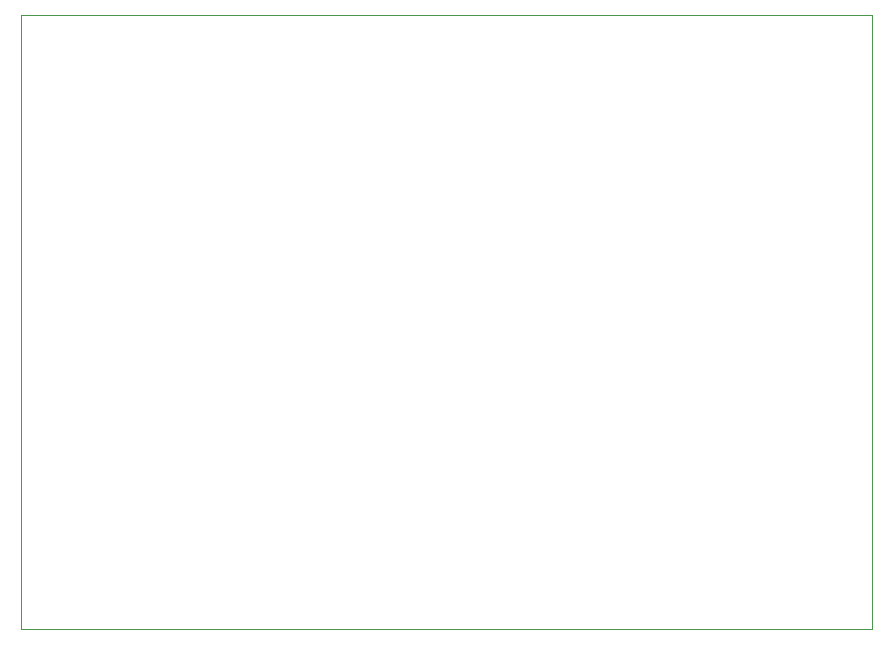
<source format=gbr>
%FSTAX23Y23*%
%MOIN*%
%SFA1B1*%

%IPPOS*%
%ADD127C,0.001000*%
%LNpwr_board_final_profile-1*%
%LPD*%
G54D127*
X0Y0D02*
Y02047D01*
X02834*
Y0*
X0*
M02*
</source>
